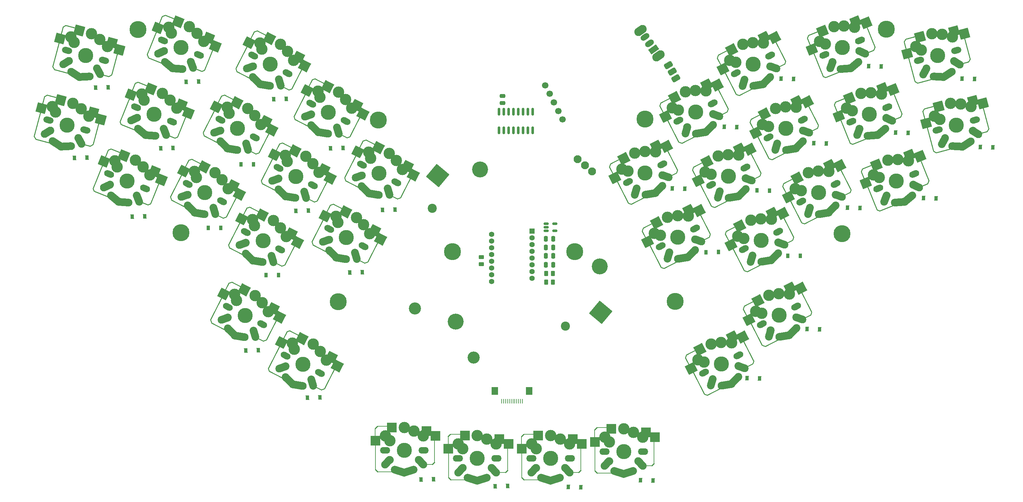
<source format=gbr>
%TF.GenerationSoftware,KiCad,Pcbnew,(6.0.4)*%
%TF.CreationDate,2022-10-16T03:21:46+02:00*%
%TF.ProjectId,Batreeq,42617472-6565-4712-9e6b-696361645f70,rev?*%
%TF.SameCoordinates,Original*%
%TF.FileFunction,Soldermask,Bot*%
%TF.FilePolarity,Negative*%
%FSLAX46Y46*%
G04 Gerber Fmt 4.6, Leading zero omitted, Abs format (unit mm)*
G04 Created by KiCad (PCBNEW (6.0.4)) date 2022-10-16 03:21:46*
%MOMM*%
%LPD*%
G01*
G04 APERTURE LIST*
G04 Aperture macros list*
%AMRoundRect*
0 Rectangle with rounded corners*
0 $1 Rounding radius*
0 $2 $3 $4 $5 $6 $7 $8 $9 X,Y pos of 4 corners*
0 Add a 4 corners polygon primitive as box body*
4,1,4,$2,$3,$4,$5,$6,$7,$8,$9,$2,$3,0*
0 Add four circle primitives for the rounded corners*
1,1,$1+$1,$2,$3*
1,1,$1+$1,$4,$5*
1,1,$1+$1,$6,$7*
1,1,$1+$1,$8,$9*
0 Add four rect primitives between the rounded corners*
20,1,$1+$1,$2,$3,$4,$5,0*
20,1,$1+$1,$4,$5,$6,$7,0*
20,1,$1+$1,$6,$7,$8,$9,0*
20,1,$1+$1,$8,$9,$2,$3,0*%
%AMHorizOval*
0 Thick line with rounded ends*
0 $1 width*
0 $2 $3 position (X,Y) of the first rounded end (center of the circle)*
0 $4 $5 position (X,Y) of the second rounded end (center of the circle)*
0 Add line between two ends*
20,1,$1,$2,$3,$4,$5,0*
0 Add two circle primitives to create the rounded ends*
1,1,$1,$2,$3*
1,1,$1,$4,$5*%
%AMRotRect*
0 Rectangle, with rotation*
0 The origin of the aperture is its center*
0 $1 length*
0 $2 width*
0 $3 Rotation angle, in degrees counterclockwise*
0 Add horizontal line*
21,1,$1,$2,0,0,$3*%
G04 Aperture macros list end*
%ADD10C,3.000000*%
%ADD11HorizOval,1.701800X0.482963X-0.129410X-0.482963X0.129410X0*%
%ADD12C,3.987800*%
%ADD13C,2.032000*%
%ADD14RoundRect,0.062500X-0.347636X-0.272877X0.410136X0.164623X0.347636X0.272877X-0.410136X-0.164623X0*%
%ADD15RotRect,7.000000X0.250000X75.000000*%
%ADD16RotRect,2.000000X0.250000X345.000000*%
%ADD17HorizOval,2.032000X0.753734X0.461889X-0.753734X-0.461889X0*%
%ADD18RotRect,2.550000X2.500000X345.000000*%
%ADD19RotRect,2.600000X2.600000X345.000000*%
%ADD20HorizOval,2.032000X-0.421808X0.776874X0.421808X-0.776874X0*%
%ADD21RotRect,3.000000X0.250000X165.000000*%
%ADD22RoundRect,0.062500X-0.272877X0.347636X0.164623X-0.410136X0.272877X-0.347636X-0.164623X0.410136X0*%
%ADD23HorizOval,2.032000X1.332292X0.067491X-1.332292X-0.067491X0*%
%ADD24RoundRect,0.062500X0.347636X0.272877X-0.410136X-0.164623X-0.347636X-0.272877X0.410136X0.164623X0*%
%ADD25RotRect,4.000000X0.250000X345.000000*%
%ADD26HorizOval,2.032000X-1.120053X0.724595X1.120053X-0.724595X0*%
%ADD27RotRect,7.000000X0.250000X255.000000*%
%ADD28RotRect,4.000000X0.250000X255.000000*%
%ADD29HorizOval,1.701800X0.445503X0.226995X-0.445503X-0.226995X0*%
%ADD30RotRect,2.550000X2.500000X27.000000*%
%ADD31RoundRect,0.062500X-0.075754X-0.435401X0.194636X0.396774X0.075754X0.435401X-0.194636X-0.396774X0*%
%ADD32RotRect,2.600000X2.600000X27.000000*%
%ADD33HorizOval,2.032000X-0.833295X0.295085X0.833295X-0.295085X0*%
%ADD34RotRect,7.000000X0.250000X117.000000*%
%ADD35HorizOval,2.032000X0.251070X0.847597X-0.251070X-0.847597X0*%
%ADD36RotRect,2.000000X0.250000X27.000000*%
%ADD37RotRect,7.000000X0.250000X297.000000*%
%ADD38HorizOval,2.032000X0.944925X0.941633X-0.944925X-0.941633X0*%
%ADD39RotRect,3.000000X0.250000X207.000000*%
%ADD40RoundRect,0.062500X-0.435401X0.075754X0.396774X-0.194636X0.435401X-0.075754X-0.396774X0.194636X0*%
%ADD41HorizOval,2.032000X-1.317210X-0.210983X1.317210X0.210983X0*%
%ADD42RoundRect,0.062500X0.075754X0.435401X-0.194636X-0.396774X-0.075754X-0.435401X0.194636X0.396774X0*%
%ADD43RotRect,4.000000X0.250000X27.000000*%
%ADD44RotRect,4.000000X0.250000X297.000000*%
%ADD45C,4.500000*%
%ADD46HorizOval,1.701800X0.482963X0.129410X-0.482963X-0.129410X0*%
%ADD47HorizOval,2.032000X0.421808X0.776874X-0.421808X-0.776874X0*%
%ADD48RotRect,2.600000X2.600000X15.000000*%
%ADD49RotRect,7.000000X0.250000X105.000000*%
%ADD50RotRect,2.000000X0.250000X15.000000*%
%ADD51RotRect,2.550000X2.500000X15.000000*%
%ADD52HorizOval,2.032000X-0.753734X0.461889X0.753734X-0.461889X0*%
%ADD53RoundRect,0.062500X-0.164623X-0.410136X0.272877X0.347636X0.164623X0.410136X-0.272877X-0.347636X0*%
%ADD54RotRect,4.000000X0.250000X15.000000*%
%ADD55RoundRect,0.062500X0.164623X0.410136X-0.272877X-0.347636X-0.164623X-0.410136X0.272877X0.347636X0*%
%ADD56HorizOval,2.032000X-1.332292X0.067491X1.332292X-0.067491X0*%
%ADD57RotRect,4.000000X0.250000X285.000000*%
%ADD58RotRect,3.000000X0.250000X195.000000*%
%ADD59RoundRect,0.062500X-0.410136X0.164623X0.347636X-0.272877X0.410136X-0.164623X-0.347636X0.272877X0*%
%ADD60RotRect,7.000000X0.250000X285.000000*%
%ADD61HorizOval,2.032000X1.120053X0.724595X-1.120053X-0.724595X0*%
%ADD62HorizOval,1.701800X0.445503X-0.226995X-0.445503X0.226995X0*%
%ADD63HorizOval,2.032000X0.833295X0.295085X-0.833295X-0.295085X0*%
%ADD64RotRect,7.000000X0.250000X63.000000*%
%ADD65RotRect,2.000000X0.250000X333.000000*%
%ADD66HorizOval,2.032000X-0.251070X0.847597X0.251070X-0.847597X0*%
%ADD67RoundRect,0.062500X-0.396774X-0.194636X0.435401X0.075754X0.396774X0.194636X-0.435401X-0.075754X0*%
%ADD68RotRect,2.550000X2.500000X333.000000*%
%ADD69RotRect,2.600000X2.600000X333.000000*%
%ADD70RotRect,7.000000X0.250000X243.000000*%
%ADD71RoundRect,0.062500X0.396774X0.194636X-0.435401X-0.075754X-0.396774X-0.194636X0.435401X0.075754X0*%
%ADD72RotRect,4.000000X0.250000X243.000000*%
%ADD73RotRect,3.000000X0.250000X153.000000*%
%ADD74HorizOval,2.032000X-0.944925X0.941633X0.944925X-0.941633X0*%
%ADD75HorizOval,2.032000X-1.317210X0.210983X1.317210X-0.210983X0*%
%ADD76RotRect,4.000000X0.250000X333.000000*%
%ADD77RoundRect,0.062500X-0.194636X0.396774X0.075754X-0.435401X0.194636X-0.396774X-0.075754X0.435401X0*%
%ADD78O,2.701800X1.701800*%
%ADD79HorizOval,2.032000X-0.608505X0.641231X0.608505X-0.641231X0*%
%ADD80R,0.250000X7.000000*%
%ADD81R,2.550000X2.500000*%
%ADD82R,2.600000X2.600000*%
%ADD83RoundRect,0.062500X-0.265165X-0.353553X0.353553X0.265165X0.265165X0.353553X-0.353553X-0.265165X0*%
%ADD84HorizOval,2.032000X0.608505X0.641231X-0.608505X-0.641231X0*%
%ADD85R,2.000000X0.250000*%
%ADD86R,4.000000X0.250000*%
%ADD87RoundRect,0.062500X0.265165X0.353553X-0.353553X-0.265165X-0.265165X-0.353553X0.353553X0.265165X0*%
%ADD88R,0.250000X4.000000*%
%ADD89HorizOval,2.032000X1.269427X0.410014X-1.269427X-0.410014X0*%
%ADD90RoundRect,0.062500X-0.353553X0.265165X0.265165X-0.353553X0.353553X-0.265165X-0.265165X0.353553X0*%
%ADD91R,3.000000X0.250000*%
%ADD92HorizOval,2.032000X-1.269427X0.410014X1.269427X-0.410014X0*%
%ADD93HorizOval,1.701800X0.463592X0.187303X-0.463592X-0.187303X0*%
%ADD94HorizOval,2.032000X-0.804406X0.366589X0.804406X-0.366589X0*%
%ADD95HorizOval,2.032000X0.323987X0.822489X-0.323987X-0.822489X0*%
%ADD96RotRect,7.000000X0.250000X112.000000*%
%ADD97RotRect,2.600000X2.600000X22.000000*%
%ADD98RoundRect,0.062500X-0.113413X-0.427142X0.228476X0.378300X0.113413X0.427142X-0.228476X-0.378300X0*%
%ADD99RotRect,2.000000X0.250000X22.000000*%
%ADD100RotRect,2.550000X2.500000X22.000000*%
%ADD101RotRect,4.000000X0.250000X22.000000*%
%ADD102RoundRect,0.062500X-0.427142X0.113413X0.378300X-0.228476X0.427142X-0.113413X-0.378300X0.228476X0*%
%ADD103RotRect,4.000000X0.250000X292.000000*%
%ADD104RoundRect,0.062500X0.113413X0.427142X-0.228476X-0.378300X-0.113413X-0.427142X0.228476X0.378300X0*%
%ADD105HorizOval,2.032000X-1.330586X-0.095378X1.330586X0.095378X0*%
%ADD106HorizOval,2.032000X1.023398X0.855694X-1.023398X-0.855694X0*%
%ADD107RotRect,7.000000X0.250000X292.000000*%
%ADD108RotRect,3.000000X0.250000X202.000000*%
%ADD109C,3.200000*%
%ADD110C,4.200000*%
%ADD111C,2.400000*%
%ADD112C,2.100000*%
%ADD113RotRect,4.400000X4.400000X140.000000*%
%ADD114HorizOval,1.701800X0.463592X-0.187303X-0.463592X0.187303X0*%
%ADD115RotRect,2.000000X0.250000X338.000000*%
%ADD116HorizOval,2.032000X0.804406X0.366589X-0.804406X-0.366589X0*%
%ADD117HorizOval,2.032000X-0.323987X0.822489X0.323987X-0.822489X0*%
%ADD118RotRect,7.000000X0.250000X68.000000*%
%ADD119RoundRect,0.062500X-0.378300X-0.228476X0.427142X0.113413X0.378300X0.228476X-0.427142X-0.113413X0*%
%ADD120RotRect,2.600000X2.600000X338.000000*%
%ADD121RotRect,2.550000X2.500000X338.000000*%
%ADD122RotRect,4.000000X0.250000X338.000000*%
%ADD123RotRect,4.000000X0.250000X248.000000*%
%ADD124RoundRect,0.062500X-0.228476X0.378300X0.113413X-0.427142X0.228476X-0.378300X-0.113413X0.427142X0*%
%ADD125HorizOval,2.032000X-1.023398X0.855694X1.023398X-0.855694X0*%
%ADD126RotRect,7.000000X0.250000X248.000000*%
%ADD127HorizOval,2.032000X-1.330586X0.095378X1.330586X-0.095378X0*%
%ADD128RoundRect,0.062500X0.378300X0.228476X-0.427142X-0.113413X-0.378300X-0.228476X0.427142X0.113413X0*%
%ADD129RotRect,3.000000X0.250000X158.000000*%
%ADD130RoundRect,0.375000X-0.837019X-0.050240X-0.462019X-0.699760X0.837019X0.050240X0.462019X0.699760X0*%
%ADD131C,1.700000*%
%ADD132HorizOval,1.700000X0.000000X0.000000X0.000000X0.000000X0*%
%ADD133HorizOval,2.200000X0.532449X0.372825X-0.532449X-0.372825X0*%
%ADD134RotRect,1.500000X2.500000X125.000000*%
%ADD135HorizOval,1.500000X0.409576X0.286788X-0.409576X-0.286788X0*%
%ADD136RotRect,0.900000X1.200000X178.000000*%
%ADD137RoundRect,0.250000X0.250000X0.475000X-0.250000X0.475000X-0.250000X-0.475000X0.250000X-0.475000X0*%
%ADD138R,0.900000X1.200000*%
%ADD139RotRect,0.900000X1.200000X182.000000*%
%ADD140RoundRect,0.150000X0.150000X-0.825000X0.150000X0.825000X-0.150000X0.825000X-0.150000X-0.825000X0*%
%ADD141R,0.280000X1.250000*%
%ADD142R,1.800000X2.000000*%
%ADD143RoundRect,0.250000X0.262500X0.450000X-0.262500X0.450000X-0.262500X-0.450000X0.262500X-0.450000X0*%
%ADD144RoundRect,0.250000X-0.262500X-0.450000X0.262500X-0.450000X0.262500X0.450000X-0.262500X0.450000X0*%
%ADD145RotRect,0.900000X1.200000X181.000000*%
%ADD146RoundRect,0.250000X0.450000X-0.262500X0.450000X0.262500X-0.450000X0.262500X-0.450000X-0.262500X0*%
%ADD147RotRect,0.900000X1.200000X179.000000*%
%ADD148RoundRect,0.250000X-0.250000X-0.475000X0.250000X-0.475000X0.250000X0.475000X-0.250000X0.475000X0*%
%ADD149R,1.400000X1.400000*%
%ADD150C,1.400000*%
%ADD151RoundRect,0.150000X-0.512500X-0.150000X0.512500X-0.150000X0.512500X0.150000X-0.512500X0.150000X0*%
%ADD152RoundRect,0.250000X0.475000X-0.250000X0.475000X0.250000X-0.475000X0.250000X-0.475000X-0.250000X0*%
G04 APERTURE END LIST*
D10*
%TO.C,SW7*%
X33987410Y-58946068D03*
D11*
X27538373Y-63377271D03*
D10*
X28588379Y-59777011D03*
D11*
X37351154Y-66010699D03*
D10*
X36212503Y-60446395D03*
X38244452Y-62367771D03*
X29421474Y-61256346D03*
D12*
X32447437Y-64693327D03*
D13*
X28109859Y-66160678D03*
D14*
X39010355Y-70066348D03*
D13*
X35470214Y-68132879D03*
D15*
X40264501Y-66510160D03*
D16*
X37727334Y-70022093D03*
D17*
X27359039Y-66625626D03*
D18*
X39405176Y-61298445D03*
D19*
X41407859Y-63215404D03*
D20*
X35887969Y-68910945D03*
D21*
X28682725Y-57168507D03*
D22*
X24030284Y-68060886D03*
D19*
X30824002Y-58098436D03*
D23*
X32237817Y-70325931D03*
D24*
X26897422Y-56989666D03*
D25*
X26129466Y-68922890D03*
D26*
X29812672Y-69676116D03*
D27*
X24722257Y-64354063D03*
D18*
X25741297Y-60270245D03*
D28*
X26031505Y-59096966D03*
D13*
X30920405Y-70392289D03*
%TD*%
D29*
%TO.C,SW26*%
X224879675Y-112567049D03*
D10*
X215805491Y-114339868D03*
X223105930Y-109262094D03*
X214196513Y-113797957D03*
D12*
X220354009Y-114869279D03*
D29*
X215825251Y-117176063D03*
D10*
X217652766Y-109567790D03*
X220310247Y-109193872D03*
D13*
X218112410Y-118862139D03*
D30*
X223252998Y-107690753D03*
D31*
X228826461Y-114470762D03*
D32*
X226023977Y-107775275D03*
D33*
X225732961Y-115701415D03*
D34*
X227378918Y-110988811D03*
D13*
X224901880Y-115402731D03*
D35*
X217865554Y-119710059D03*
D36*
X227843378Y-115296382D03*
D37*
X214386070Y-119786311D03*
D38*
X223967179Y-119195383D03*
D39*
X212521195Y-111796332D03*
D13*
X223032553Y-120126217D03*
D40*
X216352183Y-123004037D03*
D41*
X221730133Y-120335215D03*
D30*
X212410756Y-116069572D03*
D42*
X211074789Y-112858027D03*
D43*
X218488972Y-122240004D03*
D44*
X211841347Y-115003468D03*
D32*
X214734719Y-111054609D03*
%TD*%
D45*
%TO.C,H10*%
X166447346Y-98056076D03*
%TD*%
D10*
%TO.C,SW34*%
X266063636Y-41426131D03*
D46*
X257296650Y-47653423D03*
D10*
X260666078Y-40591370D03*
X257867000Y-44875097D03*
D12*
X262206052Y-46338628D03*
D10*
X263343229Y-40778144D03*
X256405851Y-44010503D03*
D46*
X267111481Y-45027647D03*
D47*
X258765520Y-50556247D03*
D48*
X269227043Y-40578499D03*
D49*
X269884244Y-44003519D03*
D13*
X259183275Y-49778181D03*
D50*
X269442961Y-48313527D03*
D51*
X266534190Y-39919704D03*
D13*
X266543629Y-47805979D03*
D52*
X267294449Y-48270927D03*
D53*
X270576216Y-47710342D03*
D54*
X258849310Y-53160522D03*
D55*
X253547767Y-42442070D03*
D56*
X262415672Y-51971232D03*
D57*
X253851511Y-44700004D03*
D58*
X255183304Y-41704299D03*
D59*
X256600363Y-53463596D03*
D48*
X257502670Y-41439002D03*
D60*
X255346218Y-49907408D03*
D61*
X264840817Y-51321417D03*
D13*
X263733084Y-52037591D03*
D51*
X254186823Y-45861198D03*
%TD*%
D45*
%TO.C,H8*%
X248621075Y-39434330D03*
%TD*%
%TO.C,H9*%
X134189343Y-98056079D03*
%TD*%
D10*
%TO.C,SW21*%
X202380098Y-122425889D03*
D12*
X205081341Y-127727378D03*
D10*
X200532823Y-127197967D03*
X205037579Y-122051971D03*
X198923845Y-126656056D03*
D29*
X209607007Y-125425148D03*
X200552583Y-130034162D03*
D10*
X207833262Y-122120193D03*
D36*
X212570710Y-128154481D03*
D33*
X210460293Y-128559514D03*
D35*
X202592886Y-132568158D03*
D30*
X207980330Y-120548852D03*
D34*
X212106250Y-123846910D03*
D13*
X202839742Y-131720238D03*
D32*
X210751309Y-120633374D03*
D31*
X213553793Y-127328861D03*
D13*
X209629212Y-128260830D03*
D44*
X196568679Y-127861567D03*
D43*
X203216304Y-135098103D03*
D38*
X208694511Y-132053482D03*
D42*
X195802121Y-125716126D03*
D32*
X199462051Y-123912708D03*
D40*
X201079515Y-135862136D03*
D39*
X197248527Y-124654431D03*
D13*
X207759885Y-132984316D03*
D30*
X197138088Y-128927671D03*
D41*
X206457465Y-133193314D03*
D37*
X199113402Y-132644410D03*
%TD*%
D10*
%TO.C,SW25*%
X209724598Y-72574371D03*
D29*
X202443919Y-80488340D03*
D10*
X202424159Y-77652145D03*
X206928915Y-72506149D03*
D29*
X211498343Y-75879326D03*
D12*
X206972677Y-78181556D03*
D10*
X200815181Y-77110234D03*
X204271434Y-72880067D03*
D34*
X213997586Y-74301088D03*
D13*
X204731078Y-82174416D03*
X211520548Y-78715008D03*
D33*
X212351629Y-79013692D03*
D35*
X204484222Y-83022336D03*
D36*
X214462046Y-78608659D03*
D31*
X215445129Y-77783039D03*
D32*
X212642645Y-71087552D03*
D30*
X209871666Y-71003030D03*
D39*
X199139863Y-75108609D03*
D32*
X201353387Y-74366886D03*
D41*
X208348801Y-83647492D03*
D13*
X209651221Y-83438494D03*
D44*
X198460015Y-78315745D03*
D40*
X202970851Y-86316314D03*
D38*
X210585847Y-82507660D03*
D42*
X197693457Y-76170304D03*
D43*
X205107640Y-85552281D03*
D37*
X201004738Y-83098588D03*
D30*
X199029424Y-79381849D03*
%TD*%
D10*
%TO.C,SW4*%
X92249109Y-47594369D03*
X90661040Y-45292514D03*
D62*
X90617925Y-50971963D03*
D10*
X83850013Y-44672831D03*
D12*
X86095263Y-48663839D03*
D62*
X81567097Y-46355890D03*
D10*
X88796506Y-43362350D03*
X83342694Y-43052613D03*
D63*
X80716311Y-49495975D03*
D13*
X81547392Y-49197291D03*
D64*
X93363765Y-52066228D03*
D65*
X90151869Y-54973911D03*
D13*
X88336862Y-52656699D03*
D66*
X88583719Y-53504619D03*
D67*
X91397651Y-55283954D03*
D68*
X93606795Y-46789738D03*
D69*
X95167155Y-49081188D03*
X85878459Y-41875530D03*
D70*
X78609433Y-46725834D03*
D71*
X82268211Y-39974608D03*
D72*
X80983084Y-41855824D03*
D73*
X83977316Y-40520726D03*
D74*
X82482094Y-52989943D03*
D13*
X83416719Y-53920777D03*
D75*
X84719139Y-54129775D03*
D76*
X79035980Y-51487395D03*
D68*
X80455278Y-42943127D03*
D77*
X77161890Y-50207784D03*
%TD*%
D10*
%TO.C,SW8*%
X99198131Y-57337453D03*
X106009158Y-57957136D03*
X98690812Y-55717235D03*
D62*
X96915215Y-59020512D03*
D10*
X107597227Y-60258991D03*
D12*
X101443381Y-61328461D03*
D10*
X104144624Y-56026972D03*
D62*
X105966043Y-63636585D03*
D67*
X106745769Y-67948576D03*
D66*
X103931837Y-66169241D03*
D68*
X108954913Y-59454360D03*
D65*
X105499987Y-67638533D03*
D64*
X108711883Y-64730850D03*
D63*
X96064429Y-62160597D03*
D69*
X110515273Y-61745810D03*
D13*
X103684980Y-65321321D03*
X96895510Y-61861913D03*
D70*
X93957551Y-59390456D03*
D74*
X97830212Y-65654565D03*
D68*
X95803396Y-55607749D03*
D73*
X99325434Y-53185348D03*
D69*
X101226577Y-54540152D03*
D13*
X98764837Y-66585399D03*
D72*
X96331202Y-54520446D03*
D75*
X100067257Y-66794397D03*
D76*
X94384098Y-64152017D03*
D71*
X97616329Y-52639230D03*
D77*
X92510008Y-62872406D03*
%TD*%
D78*
%TO.C,SW22*%
X165120932Y-152589385D03*
D10*
X162580932Y-147509385D03*
X165040932Y-148839385D03*
X155043344Y-148836078D03*
D78*
X154960932Y-152585424D03*
D10*
X156230932Y-150049385D03*
D12*
X160043344Y-152586077D03*
D10*
X160043344Y-146636077D03*
D79*
X164458243Y-155769509D03*
D80*
X168064279Y-152317797D03*
D81*
X165885344Y-147506077D03*
D82*
X168315932Y-148839385D03*
D83*
X167773276Y-156077409D03*
D13*
X156233344Y-155126077D03*
D84*
X155628445Y-155769509D03*
D13*
X163853344Y-155126077D03*
D85*
X166522520Y-156366732D03*
D86*
X155035344Y-158306732D03*
D80*
X152493585Y-154257797D03*
D13*
X160043344Y-158486077D03*
D87*
X152688588Y-146581361D03*
D88*
X152397585Y-148840973D03*
D82*
X156768343Y-146636077D03*
D89*
X161298692Y-158081008D03*
D90*
X152784588Y-158017409D03*
D91*
X154459344Y-146292038D03*
D92*
X158787996Y-158081008D03*
D81*
X152420932Y-150049385D03*
%TD*%
D45*
%TO.C,H3*%
X192972150Y-111198053D03*
%TD*%
D78*
%TO.C,SW27*%
X174264934Y-150807425D03*
D10*
X181884934Y-145731386D03*
X179347346Y-144858078D03*
X184344934Y-147061386D03*
D12*
X179347346Y-150808078D03*
D78*
X184424934Y-150811386D03*
D10*
X175534934Y-148271386D03*
X174347346Y-147058079D03*
D80*
X187368281Y-150539798D03*
D83*
X187077278Y-154299410D03*
D82*
X187619934Y-147061386D03*
D13*
X175537346Y-153348078D03*
D81*
X185189346Y-145728078D03*
D85*
X185826522Y-154588733D03*
D13*
X183157346Y-153348078D03*
D79*
X183762245Y-153991510D03*
D84*
X174932447Y-153991510D03*
D90*
X172088590Y-156239410D03*
D88*
X171701587Y-147062974D03*
D89*
X180602694Y-156303009D03*
D92*
X178091998Y-156303009D03*
D80*
X171797587Y-152479798D03*
D13*
X179347346Y-156708078D03*
D91*
X173763346Y-144514039D03*
D81*
X171724934Y-148271386D03*
D86*
X174339346Y-156528733D03*
D87*
X171992590Y-144803362D03*
D82*
X176072345Y-144858078D03*
%TD*%
D10*
%TO.C,SW33*%
X244598919Y-56204776D03*
X247378019Y-56516399D03*
X241918962Y-56345656D03*
D12*
X244147871Y-61862400D03*
D93*
X239435296Y-63765700D03*
D10*
X238107178Y-60258495D03*
D93*
X248856968Y-59963370D03*
D10*
X239662803Y-60938575D03*
D13*
X241566801Y-65644698D03*
D94*
X249433828Y-63160177D03*
D95*
X241246983Y-66467877D03*
D13*
X248631942Y-62790196D03*
D96*
X251484253Y-58608961D03*
D97*
X250414546Y-55289562D03*
D98*
X252622816Y-62203823D03*
D99*
X251571516Y-62940620D03*
D100*
X247661478Y-54963855D03*
D97*
X238882434Y-57572493D03*
D101*
X241647530Y-69042529D03*
D102*
X239452282Y-69617421D03*
D103*
X235655906Y-61254152D03*
D13*
X246358050Y-67332785D03*
D104*
X235079254Y-59050065D03*
D105*
X245042371Y-67427473D03*
D106*
X247370247Y-66486951D03*
D100*
X236130232Y-62365826D03*
D107*
X237774094Y-66240582D03*
D108*
X236612689Y-58118472D03*
%TD*%
D45*
%TO.C,H6*%
X114577344Y-63386078D03*
%TD*%
D10*
%TO.C,SW16*%
X99274677Y-124432085D03*
D62*
X99231562Y-130111534D03*
D10*
X91956331Y-122192184D03*
D62*
X90180734Y-125495461D03*
D10*
X97410143Y-122501921D03*
X92463650Y-123812402D03*
D12*
X94708900Y-127803410D03*
D10*
X100862746Y-126733940D03*
D65*
X98765506Y-134113482D03*
D63*
X89329948Y-128635546D03*
D66*
X97197356Y-132644190D03*
D69*
X103780792Y-128220759D03*
D64*
X101977402Y-131205799D03*
D67*
X100011288Y-134423525D03*
D68*
X102220432Y-125929309D03*
D13*
X96950499Y-131796270D03*
X90161029Y-128336862D03*
D68*
X89068915Y-122082698D03*
D75*
X93332776Y-133269346D03*
D76*
X87649617Y-130626966D03*
D71*
X90881848Y-119114179D03*
D69*
X94492096Y-121015101D03*
D73*
X92590953Y-119660297D03*
D74*
X91095731Y-132129514D03*
D77*
X85775527Y-129347355D03*
D70*
X87223070Y-125865405D03*
D72*
X89596721Y-120995395D03*
D13*
X92030356Y-133060348D03*
%TD*%
D10*
%TO.C,SW28*%
X207326520Y-47595579D03*
X213440254Y-42991494D03*
D12*
X213484016Y-48666901D03*
D29*
X208955258Y-50973685D03*
X218009682Y-46364671D03*
D10*
X216235937Y-43059716D03*
X210782773Y-43365412D03*
X208935498Y-48137490D03*
D13*
X211242417Y-52659761D03*
D34*
X220508925Y-44786433D03*
D13*
X218031887Y-49200353D03*
D36*
X220973385Y-49094004D03*
D35*
X210995561Y-53507681D03*
D30*
X216383005Y-41488375D03*
D32*
X219153984Y-41572897D03*
D33*
X218862968Y-49499037D03*
D31*
X221956468Y-48268384D03*
D32*
X207864726Y-44852231D03*
D40*
X209482190Y-56801659D03*
D41*
X214860140Y-54132837D03*
D39*
X205651202Y-45593954D03*
D44*
X204971354Y-48801090D03*
D13*
X216162560Y-53923839D03*
D37*
X207516077Y-53583933D03*
D43*
X211618979Y-56037626D03*
D38*
X217097186Y-52993005D03*
D30*
X205540763Y-49867194D03*
D42*
X204204796Y-46655649D03*
%TD*%
D10*
%TO.C,SW5*%
X75224197Y-61601955D03*
D62*
X72941281Y-63285014D03*
D10*
X74716878Y-59981737D03*
X82035224Y-62221638D03*
X83623293Y-64523493D03*
X80170690Y-60291474D03*
D62*
X81992109Y-67901087D03*
D12*
X77469447Y-65592963D03*
D64*
X84737949Y-68995352D03*
D13*
X79711046Y-69585823D03*
D67*
X82771835Y-72213078D03*
D66*
X79957903Y-70433743D03*
D68*
X84980979Y-63718862D03*
D65*
X81526053Y-71903035D03*
D69*
X86541339Y-66010312D03*
D63*
X72090495Y-66425099D03*
D13*
X72921576Y-66126415D03*
D72*
X72357268Y-58784948D03*
D77*
X68536074Y-67136908D03*
D73*
X75351500Y-57449850D03*
D70*
X69983617Y-63654958D03*
D75*
X76093323Y-71058899D03*
D68*
X71829462Y-59872251D03*
D76*
X70410164Y-68416519D03*
D74*
X73856278Y-69919067D03*
D71*
X73642395Y-56903732D03*
D69*
X77252643Y-58804654D03*
D13*
X74790903Y-70849901D03*
%TD*%
D109*
%TO.C,SW36*%
X124286053Y-113059816D03*
D110*
X135054009Y-116549375D03*
D111*
X128867742Y-86671342D03*
D109*
X139749391Y-126035494D03*
D111*
X163952042Y-117720395D03*
D110*
X173044231Y-101976735D03*
X141423676Y-76368083D03*
D112*
X171042086Y-76927713D03*
X167211864Y-73713775D03*
X169126975Y-75320744D03*
D113*
X173263659Y-114099277D03*
X130236554Y-77998238D03*
%TD*%
D12*
%TO.C,SW15*%
X84191742Y-95186711D03*
D62*
X79663576Y-92878762D03*
X88714404Y-97494835D03*
D10*
X90345588Y-94117241D03*
X81946492Y-91195703D03*
X88757519Y-91815386D03*
X81439173Y-89575485D03*
X86892985Y-89885222D03*
D13*
X79643871Y-95720163D03*
D65*
X88248348Y-101496783D03*
D69*
X93263634Y-95604060D03*
D63*
X78812790Y-96018847D03*
D66*
X86680198Y-100027491D03*
D67*
X89494130Y-101806826D03*
D64*
X91460244Y-98589100D03*
D13*
X86433341Y-99179571D03*
D68*
X91703274Y-93312610D03*
D71*
X80364690Y-86497480D03*
D76*
X77132459Y-98010267D03*
D73*
X82073795Y-87043598D03*
D77*
X75258369Y-96730656D03*
D72*
X79079563Y-88378696D03*
D69*
X83974938Y-88398402D03*
D13*
X81513198Y-100443649D03*
D68*
X78551757Y-89465999D03*
D75*
X82815618Y-100652647D03*
D70*
X76705912Y-93248706D03*
D74*
X80578573Y-99512815D03*
%TD*%
D46*
%TO.C,SW31*%
X262222874Y-66013471D03*
D10*
X265592302Y-58951418D03*
X268269453Y-59138192D03*
X270989860Y-59786179D03*
X261332075Y-62370551D03*
D12*
X267132276Y-64698676D03*
D46*
X272037705Y-63387695D03*
D10*
X262793224Y-63235145D03*
D13*
X264109499Y-68138229D03*
D52*
X272220673Y-66630975D03*
D13*
X271469853Y-66166027D03*
D47*
X263691744Y-68916295D03*
D50*
X274369185Y-66673575D03*
D53*
X275502440Y-66070390D03*
D51*
X271460414Y-58279752D03*
D48*
X274153267Y-58938547D03*
D49*
X274810468Y-62363567D03*
D60*
X260272442Y-68267456D03*
D48*
X262428894Y-59799050D03*
D55*
X258473991Y-60802118D03*
D13*
X268659308Y-70397639D03*
D51*
X259113047Y-64221246D03*
D57*
X258777735Y-63060052D03*
D61*
X269767041Y-69681465D03*
D54*
X263775534Y-71520570D03*
D56*
X267341896Y-70331280D03*
D59*
X261526587Y-71823644D03*
D58*
X260109528Y-60064347D03*
%TD*%
D45*
%TO.C,H2*%
X104010023Y-111310117D03*
%TD*%
D29*
%TO.C,SW23*%
X226206895Y-84831932D03*
D10*
X228034410Y-77223659D03*
X224578157Y-81453826D03*
X233487574Y-76917963D03*
D29*
X235261319Y-80222918D03*
D10*
X226187135Y-81995737D03*
X230691891Y-76849741D03*
D12*
X230735653Y-82525148D03*
D31*
X239208105Y-82126631D03*
D35*
X228247198Y-87365928D03*
D36*
X238225022Y-82952251D03*
D34*
X237760562Y-78644680D03*
D32*
X236405621Y-75431144D03*
D13*
X228494054Y-86518008D03*
D30*
X233634642Y-75346622D03*
D33*
X236114605Y-83357284D03*
D13*
X235283524Y-83058600D03*
D42*
X221456433Y-80513896D03*
D40*
X226733827Y-90659906D03*
D37*
X224767714Y-87442180D03*
D44*
X222222991Y-82659337D03*
D13*
X233414197Y-87782086D03*
D38*
X234348823Y-86851252D03*
D39*
X222902839Y-79452201D03*
D32*
X225116363Y-78710478D03*
D41*
X232111777Y-87991084D03*
D30*
X222792400Y-83725441D03*
D43*
X228870616Y-89895873D03*
%TD*%
D10*
%TO.C,SW6*%
X54351450Y-77873324D03*
X45083087Y-74125095D03*
X52568804Y-75718637D03*
D114*
X53020850Y-81380231D03*
D10*
X45729686Y-75694932D03*
X50543141Y-73958322D03*
D114*
X43602146Y-77570556D03*
D12*
X48314232Y-79475066D03*
D115*
X52905360Y-85407570D03*
D13*
X43830160Y-80402862D03*
D116*
X43028274Y-80772843D03*
D117*
X51215120Y-84080543D03*
D118*
X55851612Y-82231017D03*
D13*
X50895301Y-83257365D03*
D119*
X54173424Y-85607856D03*
D120*
X57387977Y-79100160D03*
D121*
X55633841Y-76953424D03*
D122*
X41527900Y-82903135D03*
D123*
X42628148Y-73138515D03*
D121*
X42197116Y-74267681D03*
D124*
X39549417Y-81791732D03*
D13*
X46104053Y-84945451D03*
D125*
X45091856Y-84099617D03*
D126*
X40687980Y-78196869D03*
D127*
X47419732Y-85040139D03*
D128*
X43744427Y-71152451D03*
D120*
X47506613Y-72731486D03*
D129*
X45494626Y-71547532D03*
%TD*%
D10*
%TO.C,SW12*%
X123975346Y-145389387D03*
D78*
X116355346Y-150465426D03*
D10*
X116437758Y-146716080D03*
D12*
X121437758Y-150466079D03*
D10*
X126435346Y-146719387D03*
X117625346Y-147929387D03*
X121437758Y-144516079D03*
D78*
X126515346Y-150469387D03*
D13*
X125247758Y-153006079D03*
X117627758Y-153006079D03*
D79*
X125852657Y-153649511D03*
D80*
X129458693Y-150197799D03*
D84*
X117022859Y-153649511D03*
D81*
X127279758Y-145386079D03*
D83*
X129167690Y-153957411D03*
D82*
X129710346Y-146719387D03*
D85*
X127916934Y-154246734D03*
D92*
X120182410Y-155961010D03*
D13*
X121437758Y-156366079D03*
D89*
X122693106Y-155961010D03*
D81*
X113815346Y-147929387D03*
D82*
X118162757Y-144516079D03*
D91*
X115853758Y-144172040D03*
D90*
X114179002Y-155897411D03*
D86*
X116429758Y-156186734D03*
D88*
X113791999Y-146720975D03*
D80*
X113887999Y-152137799D03*
D87*
X114083002Y-144461363D03*
%TD*%
D10*
%TO.C,SW1*%
X59964735Y-40461946D03*
X66803853Y-40485651D03*
X64778190Y-38725336D03*
D12*
X62549281Y-44242080D03*
D10*
X68586499Y-42640338D03*
X59318136Y-38892109D03*
D114*
X67255899Y-46147245D03*
X57837195Y-42337570D03*
D120*
X71623026Y-43867174D03*
D118*
X70086661Y-46998031D03*
D13*
X65130350Y-48024379D03*
D116*
X57263323Y-45539857D03*
D117*
X65450169Y-48847557D03*
D119*
X68408473Y-50374870D03*
D121*
X69868890Y-41720438D03*
D115*
X67140409Y-50174584D03*
D13*
X58065209Y-45169876D03*
D121*
X56432165Y-39034695D03*
D125*
X59326905Y-48866631D03*
D127*
X61654781Y-49807153D03*
D129*
X59729675Y-36314546D03*
D126*
X54923029Y-42963883D03*
D128*
X57979476Y-35919465D03*
D122*
X55762949Y-47670149D03*
D120*
X61741662Y-37498500D03*
D13*
X60339102Y-49712465D03*
D124*
X53784466Y-46558746D03*
D123*
X56863197Y-37905529D03*
%TD*%
D10*
%TO.C,SW11*%
X85590076Y-113875837D03*
D62*
X74908064Y-112637358D03*
D10*
X77190980Y-110954299D03*
X84002007Y-111573982D03*
D12*
X79436230Y-114945307D03*
D10*
X76683661Y-109334081D03*
X82137473Y-109643818D03*
D62*
X83958892Y-117253431D03*
D63*
X74057278Y-115777443D03*
D13*
X81677829Y-118938167D03*
D68*
X86947762Y-113071206D03*
D66*
X81924686Y-119786087D03*
D65*
X83492836Y-121255379D03*
D69*
X88508122Y-115362656D03*
D13*
X74888359Y-115478759D03*
D64*
X86704732Y-118347696D03*
D67*
X84738618Y-121565422D03*
D74*
X75823061Y-119271411D03*
D13*
X76757686Y-120202245D03*
D71*
X75609178Y-106256076D03*
D69*
X79219426Y-108156998D03*
D72*
X74324051Y-108137292D03*
D73*
X77318283Y-106802194D03*
D76*
X72376947Y-117768863D03*
D70*
X71950400Y-113007302D03*
D75*
X78060106Y-120411243D03*
D77*
X70502857Y-116489252D03*
D68*
X73796245Y-109224595D03*
%TD*%
D10*
%TO.C,SW19*%
X196372998Y-88692063D03*
X189072559Y-93769837D03*
X187463581Y-93227926D03*
D29*
X189092319Y-96606032D03*
D10*
X193577315Y-88623841D03*
D12*
X193621077Y-94299248D03*
D29*
X198146743Y-91997018D03*
D10*
X190919834Y-88997759D03*
D30*
X196520066Y-87120722D03*
D36*
X201110446Y-94726351D03*
D33*
X199000029Y-95131384D03*
D35*
X191132622Y-99140028D03*
D13*
X191379478Y-98292108D03*
X198168948Y-94832700D03*
D32*
X199291045Y-87205244D03*
D34*
X200645986Y-90418780D03*
D31*
X202093529Y-93900731D03*
D40*
X189619251Y-102434006D03*
D32*
X188001787Y-90484578D03*
D41*
X194997201Y-99765184D03*
D13*
X196299621Y-99556186D03*
D37*
X187653138Y-99216280D03*
D43*
X191756040Y-101669973D03*
D30*
X185677824Y-95499541D03*
D44*
X185108415Y-94433437D03*
D38*
X197234247Y-98625352D03*
D42*
X184341857Y-92287996D03*
D39*
X185788263Y-91226301D03*
%TD*%
D10*
%TO.C,SW3*%
X38897461Y-40575677D03*
X43154503Y-43997380D03*
X33498430Y-41406620D03*
X34331525Y-42885955D03*
D11*
X42261205Y-47640308D03*
X32448424Y-45006880D03*
D10*
X41122554Y-42076004D03*
D12*
X37357488Y-46322936D03*
D13*
X33019910Y-47790287D03*
D19*
X46317910Y-44845013D03*
D18*
X44315227Y-42928054D03*
D20*
X40798020Y-50540554D03*
D16*
X42637385Y-51651702D03*
D14*
X43920406Y-51695957D03*
D15*
X45174552Y-48139769D03*
D13*
X40380265Y-49762488D03*
D17*
X32269090Y-48255235D03*
D25*
X31039517Y-50552499D03*
D28*
X30941556Y-40726575D03*
D18*
X30651348Y-41899854D03*
D24*
X31807473Y-38619275D03*
D26*
X34722723Y-51305725D03*
D13*
X35830456Y-52021898D03*
D19*
X35734053Y-39728045D03*
D21*
X33592776Y-38798116D03*
D23*
X37147868Y-51955540D03*
D22*
X28940335Y-49690495D03*
D27*
X29632308Y-45983672D03*
%TD*%
D10*
%TO.C,SW10*%
X66598375Y-78531080D03*
X66091056Y-76910862D03*
X74997471Y-81452618D03*
D62*
X73366287Y-84830212D03*
D10*
X71544868Y-77220599D03*
X73409402Y-79150763D03*
D12*
X68843625Y-82522088D03*
D62*
X64315459Y-80214139D03*
D68*
X76355157Y-80647987D03*
D64*
X76112127Y-85924477D03*
D63*
X63464673Y-83354224D03*
D69*
X77915517Y-82939437D03*
D66*
X71332081Y-87362868D03*
D13*
X64295754Y-83055540D03*
D67*
X74146013Y-89142203D03*
D13*
X71085224Y-86514948D03*
D65*
X72900231Y-88832160D03*
D77*
X59910252Y-84066033D03*
D68*
X63203640Y-76801376D03*
D76*
X61784342Y-85345644D03*
D74*
X65230456Y-86848192D03*
D71*
X65016573Y-73832857D03*
D72*
X63731446Y-75714073D03*
D13*
X66165081Y-87779026D03*
D75*
X67467501Y-87988024D03*
D70*
X61357795Y-80584083D03*
D69*
X68626821Y-75733779D03*
D73*
X66725678Y-74378975D03*
%TD*%
D12*
%TO.C,SW32*%
X237030347Y-44245909D03*
D10*
X240260495Y-38899908D03*
D93*
X241739444Y-42346879D03*
X232317772Y-46149209D03*
D10*
X232545279Y-43322084D03*
X234801438Y-38729165D03*
X237481395Y-38588285D03*
X230989654Y-42642004D03*
D94*
X242316304Y-45543686D03*
D98*
X245505292Y-44587332D03*
D100*
X240543954Y-37347364D03*
D13*
X241514418Y-45173705D03*
D95*
X234129459Y-48851386D03*
D99*
X244453992Y-45324129D03*
D13*
X234449277Y-48028207D03*
D97*
X243297022Y-37673071D03*
D96*
X244366729Y-40992470D03*
D13*
X239240526Y-49716294D03*
D104*
X227961730Y-41433574D03*
D105*
X237924847Y-49810982D03*
D100*
X229012708Y-44749335D03*
D101*
X234530006Y-51426038D03*
D107*
X230656570Y-48624091D03*
D106*
X240252723Y-48870460D03*
D108*
X229495165Y-40501981D03*
D103*
X228538382Y-43637661D03*
D102*
X232334758Y-52000930D03*
D97*
X231764910Y-39956002D03*
%TD*%
D130*
%TO.C,PAD1*%
X193130000Y-52352000D03*
X192130000Y-50619949D03*
X191130000Y-48887898D03*
%TD*%
D10*
%TO.C,SW9*%
X98971405Y-77188116D03*
D62*
X88289393Y-75949637D03*
D12*
X92817559Y-78257586D03*
D10*
X90572309Y-74266578D03*
D62*
X97340221Y-80565710D03*
D10*
X90064990Y-72646360D03*
X95518802Y-72956097D03*
X97383336Y-74886261D03*
D13*
X95059158Y-82250446D03*
D63*
X87438607Y-79089722D03*
D69*
X101889451Y-78674935D03*
D66*
X95306015Y-83098366D03*
D13*
X88269688Y-78791038D03*
D67*
X98119947Y-84877701D03*
D68*
X100329091Y-76383485D03*
D64*
X100086061Y-81659975D03*
D65*
X96874165Y-84567658D03*
D13*
X90139015Y-83514524D03*
D74*
X89204390Y-82583690D03*
D70*
X85331729Y-76319581D03*
D77*
X83884186Y-79801531D03*
D71*
X88990507Y-69568355D03*
D69*
X92600755Y-71469277D03*
D75*
X91441435Y-83723522D03*
D76*
X85758276Y-81081142D03*
D68*
X87177574Y-72536874D03*
D72*
X87705380Y-71449571D03*
D73*
X90699612Y-70114473D03*
%TD*%
D62*
%TO.C,SW13*%
X110266815Y-75138206D03*
D12*
X114794981Y-77446155D03*
D10*
X119360758Y-74074830D03*
X112042412Y-71834929D03*
X112549731Y-73455147D03*
X120948827Y-76376685D03*
D62*
X119317643Y-79754279D03*
D10*
X117496224Y-72144666D03*
D69*
X123866873Y-77863504D03*
D63*
X109416029Y-78278291D03*
D66*
X117283437Y-82286935D03*
D65*
X118851587Y-83756227D03*
D68*
X122306513Y-75572054D03*
D64*
X122063483Y-80848544D03*
D13*
X117036580Y-81439015D03*
D67*
X120097369Y-84066270D03*
D13*
X110247110Y-77979607D03*
D69*
X114578177Y-70657846D03*
D71*
X110967929Y-68756924D03*
D76*
X107735698Y-80269711D03*
D68*
X109154996Y-71725443D03*
D77*
X105861608Y-78990100D03*
D13*
X112116437Y-82703093D03*
D73*
X112677034Y-69303042D03*
D70*
X107309151Y-75508150D03*
D74*
X111181812Y-81772259D03*
D75*
X113418857Y-82912091D03*
D72*
X109682802Y-70638140D03*
%TD*%
D29*
%TO.C,SW18*%
X189520925Y-75067893D03*
X180466501Y-79676907D03*
D10*
X184951497Y-71694716D03*
D12*
X184995259Y-77370123D03*
D10*
X180446741Y-76840712D03*
X187747180Y-71762938D03*
X182294016Y-72068634D03*
X178837763Y-76298801D03*
D36*
X192484628Y-77797226D03*
D34*
X192020168Y-73489655D03*
D30*
X187894248Y-70191597D03*
D32*
X190665227Y-70276119D03*
D33*
X190374211Y-78202259D03*
D35*
X182506804Y-82210903D03*
D31*
X193467711Y-76971606D03*
D13*
X182753660Y-81362983D03*
X189543130Y-77903575D03*
D37*
X179027320Y-82287155D03*
D32*
X179375969Y-73555453D03*
D40*
X180993433Y-85504881D03*
D44*
X176482597Y-77504312D03*
D30*
X177052006Y-78570416D03*
D13*
X187673803Y-82627061D03*
D43*
X183130222Y-84740848D03*
D38*
X188608429Y-81696227D03*
D39*
X177162445Y-74297176D03*
D42*
X175716039Y-75358871D03*
D41*
X186371383Y-82836059D03*
%TD*%
D45*
%TO.C,H1*%
X62507345Y-93104077D03*
%TD*%
D10*
%TO.C,SW24*%
X195645619Y-55950942D03*
D29*
X202872528Y-58950201D03*
D10*
X192189366Y-60181109D03*
X201098783Y-55645246D03*
D29*
X193818104Y-63559215D03*
D12*
X198346862Y-61252431D03*
D10*
X198303100Y-55577024D03*
X193798344Y-60723020D03*
D30*
X201245851Y-54073905D03*
D33*
X203725814Y-62084567D03*
D13*
X202894733Y-61785883D03*
X196105263Y-65245291D03*
D34*
X205371771Y-57371963D03*
D35*
X195858407Y-66093211D03*
D31*
X206819314Y-60853914D03*
D32*
X204016830Y-54158427D03*
D36*
X205836231Y-61679534D03*
D32*
X192727572Y-57437761D03*
D38*
X201960032Y-65578535D03*
D13*
X201025406Y-66509369D03*
D43*
X196481825Y-68623156D03*
D41*
X199722986Y-66718367D03*
D40*
X194345036Y-69387189D03*
D37*
X192378923Y-66169463D03*
D42*
X189067642Y-59241179D03*
D30*
X190403609Y-62452724D03*
D44*
X189834200Y-61386620D03*
D39*
X190514048Y-58179484D03*
%TD*%
D78*
%TO.C,SW17*%
X135635344Y-152582117D03*
D10*
X140717756Y-146632770D03*
X135717756Y-148832771D03*
D78*
X145795344Y-152586078D03*
D12*
X140717756Y-152582770D03*
D10*
X143255344Y-147506078D03*
X136905344Y-150046078D03*
X145715344Y-148836078D03*
D81*
X146559756Y-147502770D03*
D79*
X145132655Y-155766202D03*
D80*
X148738691Y-152314490D03*
D13*
X144527756Y-155122770D03*
X136907756Y-155122770D03*
D82*
X148990344Y-148836078D03*
D84*
X136302857Y-155766202D03*
D83*
X148447688Y-156074102D03*
D85*
X147196932Y-156363425D03*
D90*
X133459000Y-158014102D03*
D87*
X133363000Y-146578054D03*
D86*
X135709756Y-158303425D03*
D81*
X133095344Y-150046078D03*
D91*
X135133756Y-146288731D03*
D82*
X137442755Y-146632770D03*
D92*
X139462408Y-158077701D03*
D88*
X133071997Y-148837666D03*
D89*
X141973104Y-158077701D03*
D80*
X133167997Y-154254490D03*
D13*
X140717756Y-158482770D03*
%TD*%
D45*
%TO.C,H7*%
X184935343Y-63132079D03*
%TD*%
D131*
%TO.C,U5*%
X158630606Y-54183266D03*
D132*
X159783742Y-56446423D03*
X160936878Y-58709579D03*
X162090014Y-60972736D03*
X163243150Y-63235892D03*
%TD*%
D133*
%TO.C,SW37*%
X183789184Y-39735173D03*
X188492511Y-46452219D03*
D134*
X187288000Y-44732000D03*
D135*
X186140847Y-43093696D03*
X184993694Y-41455392D03*
%TD*%
D10*
%TO.C,SW29*%
X215952340Y-64524705D03*
D29*
X217581078Y-67902811D03*
D10*
X222066074Y-59920620D03*
X224861757Y-59988842D03*
D12*
X222109836Y-65596027D03*
D10*
X219408593Y-60294538D03*
X217561318Y-65066616D03*
D29*
X226635502Y-63293797D03*
D13*
X219868237Y-69588887D03*
X226657707Y-66129479D03*
D36*
X229599205Y-66023130D03*
D31*
X230582288Y-65197510D03*
D32*
X227779804Y-58502023D03*
D30*
X225008825Y-58417501D03*
D35*
X219621381Y-70436807D03*
D33*
X227488788Y-66428163D03*
D34*
X229134745Y-61715559D03*
D38*
X225723006Y-69922131D03*
D43*
X220244799Y-72966752D03*
D40*
X218108010Y-73730785D03*
D42*
X212830616Y-63584775D03*
D30*
X214166583Y-66796320D03*
D37*
X216141897Y-70513059D03*
D39*
X214277022Y-62523080D03*
D13*
X224788380Y-70852965D03*
D32*
X216490546Y-61781357D03*
D41*
X223485960Y-71061963D03*
D44*
X213597174Y-65730216D03*
%TD*%
D93*
%TO.C,SW30*%
X246552821Y-81382195D03*
D10*
X254495544Y-74132894D03*
D12*
X251265396Y-79478895D03*
D10*
X249036487Y-73962151D03*
X246780328Y-78555070D03*
X251716444Y-73821271D03*
D93*
X255974493Y-77579865D03*
D10*
X245224703Y-77874990D03*
D13*
X248684326Y-83261193D03*
D100*
X254779003Y-72580350D03*
D97*
X257532071Y-72906057D03*
D94*
X256551353Y-80776672D03*
D95*
X248364508Y-84084372D03*
D98*
X259740341Y-79820318D03*
D13*
X255749467Y-80406691D03*
D99*
X258689041Y-80557115D03*
D96*
X258601778Y-76225456D03*
D104*
X242196779Y-76666560D03*
D103*
X242773431Y-78870647D03*
D107*
X244891619Y-83857077D03*
D13*
X253475575Y-84949280D03*
D106*
X254487772Y-84103446D03*
D100*
X243247757Y-79982321D03*
D105*
X252159896Y-85043968D03*
D108*
X243730214Y-75734967D03*
D101*
X248765055Y-86659024D03*
D102*
X246569807Y-87233916D03*
D97*
X245999959Y-75188988D03*
%TD*%
D10*
%TO.C,SW2*%
X61469264Y-60257239D03*
X57660955Y-56342237D03*
X52200901Y-56509010D03*
X59686618Y-58102552D03*
D114*
X50719960Y-59954471D03*
D10*
X52847500Y-58078847D03*
D12*
X55432046Y-61858981D03*
D114*
X60138664Y-63764146D03*
D119*
X61291238Y-67991771D03*
D120*
X64505791Y-61484075D03*
D116*
X50146088Y-63156758D03*
D117*
X58332934Y-66464458D03*
D13*
X58013115Y-65641280D03*
D121*
X62751655Y-59337339D03*
D115*
X60023174Y-67791485D03*
D13*
X50947974Y-62786777D03*
D118*
X62969426Y-64614932D03*
D126*
X47805794Y-60580784D03*
D125*
X52209670Y-66483532D03*
D129*
X52612440Y-53931447D03*
D124*
X46667231Y-64175647D03*
D128*
X50862241Y-53536366D03*
D122*
X48645714Y-65287050D03*
D13*
X53221867Y-67329366D03*
D127*
X54537546Y-67424054D03*
D123*
X49745962Y-55522430D03*
D120*
X54624427Y-55115401D03*
D121*
X49314930Y-56651596D03*
%TD*%
D45*
%TO.C,H5*%
X51170667Y-39497354D03*
%TD*%
D29*
%TO.C,SW20*%
X211069739Y-97417466D03*
D10*
X215554735Y-89435275D03*
D29*
X220124163Y-92808452D03*
D10*
X211049979Y-94581271D03*
X218350418Y-89503497D03*
X212897254Y-89809193D03*
X209441001Y-94039360D03*
D12*
X215598497Y-95110682D03*
D34*
X222623406Y-91230214D03*
D35*
X213110042Y-99951462D03*
D32*
X221268465Y-88016678D03*
D13*
X220146368Y-95644134D03*
D30*
X218497486Y-87932156D03*
D33*
X220977449Y-95942818D03*
D36*
X223087866Y-95537785D03*
D31*
X224070949Y-94712165D03*
D13*
X213356898Y-99103542D03*
D43*
X213733460Y-102481407D03*
D38*
X219211667Y-99436786D03*
D37*
X209630558Y-100027714D03*
D40*
X211596671Y-103245440D03*
D41*
X216974621Y-100576618D03*
D44*
X207085835Y-95244871D03*
D13*
X218277041Y-100367620D03*
D32*
X209979207Y-91296012D03*
D42*
X206319277Y-93099430D03*
D30*
X207655244Y-96310975D03*
D39*
X207765683Y-92037735D03*
%TD*%
D10*
%TO.C,SW14*%
X110734937Y-91003952D03*
D62*
X101640994Y-92067328D03*
X110691822Y-96683401D03*
D12*
X106169160Y-94375277D03*
D10*
X112323006Y-93305807D03*
X103923910Y-90384269D03*
X108870403Y-89073788D03*
X103416591Y-88764051D03*
D13*
X108410759Y-98368137D03*
D67*
X111471548Y-100995392D03*
D64*
X113437662Y-97777666D03*
D63*
X100790208Y-95207413D03*
D13*
X101621289Y-94908729D03*
D66*
X108657616Y-99216057D03*
D65*
X110225766Y-100685349D03*
D69*
X115241052Y-94792626D03*
D68*
X113680692Y-92501176D03*
D70*
X98683330Y-92437272D03*
D74*
X102555991Y-98701381D03*
D71*
X102342108Y-85686046D03*
D76*
X99109877Y-97198833D03*
D69*
X105952356Y-87586968D03*
D13*
X103490616Y-99632215D03*
D77*
X97235787Y-95919222D03*
D73*
X104051213Y-86232164D03*
D68*
X100529175Y-88654565D03*
D75*
X104793036Y-99841213D03*
D72*
X101056981Y-87567262D03*
%TD*%
D45*
%TO.C,H4*%
X236965997Y-93358077D03*
%TD*%
D136*
%TO.C,D29*%
X232812341Y-69539662D03*
X229514351Y-69424494D03*
%TD*%
D137*
%TO.C,C4*%
X160731275Y-94694077D03*
X158831275Y-94694077D03*
%TD*%
D138*
%TO.C,D15*%
X88287344Y-104280078D03*
X84987344Y-104280078D03*
%TD*%
D139*
%TO.C,D3*%
X43328339Y-54692495D03*
X40030349Y-54807663D03*
%TD*%
D136*
%TO.C,D23*%
X241702341Y-86557661D03*
X238404351Y-86442493D03*
%TD*%
D140*
%TO.C,U2*%
X155344347Y-66115078D03*
X154074347Y-66115078D03*
X152804347Y-66115078D03*
X151534347Y-66115078D03*
X150264347Y-66115078D03*
X148994347Y-66115078D03*
X147724347Y-66115078D03*
X146454347Y-66115078D03*
X146454347Y-61165078D03*
X147724347Y-61165078D03*
X148994347Y-61165078D03*
X150264347Y-61165078D03*
X151534347Y-61165078D03*
X152804347Y-61165078D03*
X154074347Y-61165078D03*
X155344347Y-61165078D03*
%TD*%
D138*
%TO.C,D10*%
X73047345Y-91834079D03*
X69747345Y-91834079D03*
%TD*%
D139*
%TO.C,D9*%
X96160339Y-87204495D03*
X92862349Y-87319663D03*
%TD*%
D141*
%TO.C,J1*%
X147133345Y-137528076D03*
X147633345Y-137528076D03*
X148133345Y-137528076D03*
X148633345Y-137528076D03*
X149133345Y-137528076D03*
X149633345Y-137528076D03*
X150133345Y-137528076D03*
X150633345Y-137528076D03*
X151133345Y-137528076D03*
X151633345Y-137528076D03*
X152133345Y-137528076D03*
X152633345Y-137528076D03*
D142*
X154433345Y-134804076D03*
X145333345Y-134804076D03*
%TD*%
D136*
%TO.C,D22*%
X168042341Y-160217662D03*
X164744351Y-160102494D03*
%TD*%
D143*
%TO.C,R1*%
X160693773Y-106124078D03*
X158868773Y-106124078D03*
%TD*%
D144*
%TO.C,R2*%
X158868776Y-103838079D03*
X160693776Y-103838079D03*
%TD*%
D145*
%TO.C,D19*%
X204365092Y-98155282D03*
X201065594Y-98212874D03*
%TD*%
D136*
%TO.C,D21*%
X215235326Y-131522335D03*
X211937336Y-131407167D03*
%TD*%
%TO.C,D27*%
X187092338Y-158439663D03*
X183794348Y-158324495D03*
%TD*%
D146*
%TO.C,R3*%
X141755344Y-101382578D03*
X141755344Y-99557578D03*
%TD*%
D139*
%TO.C,D16*%
X99208340Y-136480495D03*
X95910350Y-136595663D03*
%TD*%
D136*
%TO.C,D24*%
X209190340Y-65221660D03*
X205892350Y-65106492D03*
%TD*%
D139*
%TO.C,D17*%
X148738340Y-159848494D03*
X145440350Y-159963662D03*
%TD*%
D136*
%TO.C,D30*%
X261768341Y-84017663D03*
X258470351Y-83902495D03*
%TD*%
D139*
%TO.C,D7*%
X37740341Y-73234494D03*
X34442351Y-73349662D03*
%TD*%
D147*
%TO.C,D25*%
X217827093Y-81956874D03*
X214527595Y-81899282D03*
%TD*%
D138*
%TO.C,D20*%
X225955344Y-99200079D03*
X222655344Y-99200079D03*
%TD*%
D139*
%TO.C,D6*%
X52980341Y-88728493D03*
X49682351Y-88843661D03*
%TD*%
%TO.C,D14*%
X110384339Y-103460495D03*
X107086349Y-103575663D03*
%TD*%
D136*
%TO.C,D34*%
X271928341Y-52521662D03*
X268630351Y-52406494D03*
%TD*%
D138*
%TO.C,D5*%
X81683344Y-75070078D03*
X78383344Y-75070078D03*
%TD*%
D148*
%TO.C,C3*%
X158831276Y-96980079D03*
X160731276Y-96980079D03*
%TD*%
D139*
%TO.C,D2*%
X60467077Y-70694494D03*
X57169087Y-70809662D03*
%TD*%
D136*
%TO.C,D18*%
X195474342Y-81477662D03*
X192176352Y-81362494D03*
%TD*%
D139*
%TO.C,D12*%
X129180341Y-158070494D03*
X125882351Y-158185662D03*
%TD*%
D149*
%TO.C,U4*%
X155193347Y-92642077D03*
D150*
X155193347Y-94422077D03*
X155193347Y-96202077D03*
X155193347Y-97982077D03*
X155193347Y-99762077D03*
X155193347Y-101542077D03*
X155193347Y-103322077D03*
X155193347Y-105102077D03*
X144493347Y-105992077D03*
X144493347Y-104212077D03*
X144493347Y-102432077D03*
X144493347Y-100652077D03*
X144493347Y-98872077D03*
X144493347Y-97092077D03*
X144493347Y-95312077D03*
X144493347Y-93532077D03*
%TD*%
D136*
%TO.C,D32*%
X247290339Y-49219662D03*
X243992349Y-49104494D03*
%TD*%
D139*
%TO.C,D4*%
X90318341Y-57740493D03*
X87020351Y-57855661D03*
%TD*%
D136*
%TO.C,D28*%
X224176340Y-52521663D03*
X220878350Y-52406495D03*
%TD*%
%TO.C,D26*%
X231034340Y-118561663D03*
X227736350Y-118446495D03*
%TD*%
D151*
%TO.C,U3*%
X158897773Y-92596077D03*
X158897773Y-91646077D03*
X158897773Y-90696077D03*
X161172773Y-90696077D03*
X161172773Y-92596077D03*
%TD*%
D136*
%TO.C,D31*%
X276754341Y-70555663D03*
X273456351Y-70440495D03*
%TD*%
D139*
%TO.C,D13*%
X119020337Y-86950493D03*
X115722347Y-87065661D03*
%TD*%
D152*
%TO.C,C5*%
X147410000Y-58890000D03*
X147410000Y-56990000D03*
%TD*%
D148*
%TO.C,C1*%
X158831275Y-101552078D03*
X160731275Y-101552078D03*
%TD*%
D139*
%TO.C,D8*%
X105304339Y-70694494D03*
X102006349Y-70809662D03*
%TD*%
D148*
%TO.C,C2*%
X158831274Y-99185257D03*
X160731274Y-99185257D03*
%TD*%
D139*
%TO.C,D11*%
X82952342Y-124034493D03*
X79654352Y-124149661D03*
%TD*%
%TO.C,D1*%
X67204340Y-53168492D03*
X63906350Y-53283660D03*
%TD*%
D136*
%TO.C,D33*%
X254402338Y-66745663D03*
X251104348Y-66630495D03*
%TD*%
M02*

</source>
